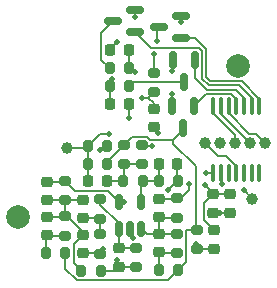
<source format=gbr>
%TF.GenerationSoftware,KiCad,Pcbnew,(6.0.1)*%
%TF.CreationDate,2023-02-09T13:28:00-07:00*%
%TF.ProjectId,NoteDetector,4e6f7465-4465-4746-9563-746f722e6b69,rev?*%
%TF.SameCoordinates,Original*%
%TF.FileFunction,Copper,L1,Top*%
%TF.FilePolarity,Positive*%
%FSLAX46Y46*%
G04 Gerber Fmt 4.6, Leading zero omitted, Abs format (unit mm)*
G04 Created by KiCad (PCBNEW (6.0.1)) date 2023-02-09 13:28:00*
%MOMM*%
%LPD*%
G01*
G04 APERTURE LIST*
G04 Aperture macros list*
%AMRoundRect*
0 Rectangle with rounded corners*
0 $1 Rounding radius*
0 $2 $3 $4 $5 $6 $7 $8 $9 X,Y pos of 4 corners*
0 Add a 4 corners polygon primitive as box body*
4,1,4,$2,$3,$4,$5,$6,$7,$8,$9,$2,$3,0*
0 Add four circle primitives for the rounded corners*
1,1,$1+$1,$2,$3*
1,1,$1+$1,$4,$5*
1,1,$1+$1,$6,$7*
1,1,$1+$1,$8,$9*
0 Add four rect primitives between the rounded corners*
20,1,$1+$1,$2,$3,$4,$5,0*
20,1,$1+$1,$4,$5,$6,$7,0*
20,1,$1+$1,$6,$7,$8,$9,0*
20,1,$1+$1,$8,$9,$2,$3,0*%
G04 Aperture macros list end*
%TA.AperFunction,ComponentPad*%
%ADD10C,2.000000*%
%TD*%
%TA.AperFunction,SMDPad,CuDef*%
%ADD11RoundRect,0.225000X-0.250000X0.225000X-0.250000X-0.225000X0.250000X-0.225000X0.250000X0.225000X0*%
%TD*%
%TA.AperFunction,SMDPad,CuDef*%
%ADD12RoundRect,0.225000X0.225000X0.250000X-0.225000X0.250000X-0.225000X-0.250000X0.225000X-0.250000X0*%
%TD*%
%TA.AperFunction,SMDPad,CuDef*%
%ADD13RoundRect,0.225000X-0.225000X-0.250000X0.225000X-0.250000X0.225000X0.250000X-0.225000X0.250000X0*%
%TD*%
%TA.AperFunction,SMDPad,CuDef*%
%ADD14RoundRect,0.100000X0.100000X-0.637500X0.100000X0.637500X-0.100000X0.637500X-0.100000X-0.637500X0*%
%TD*%
%TA.AperFunction,SMDPad,CuDef*%
%ADD15RoundRect,0.150000X0.150000X-0.512500X0.150000X0.512500X-0.150000X0.512500X-0.150000X-0.512500X0*%
%TD*%
%TA.AperFunction,SMDPad,CuDef*%
%ADD16RoundRect,0.200000X0.275000X-0.200000X0.275000X0.200000X-0.275000X0.200000X-0.275000X-0.200000X0*%
%TD*%
%TA.AperFunction,SMDPad,CuDef*%
%ADD17RoundRect,0.200000X0.200000X0.275000X-0.200000X0.275000X-0.200000X-0.275000X0.200000X-0.275000X0*%
%TD*%
%TA.AperFunction,SMDPad,CuDef*%
%ADD18RoundRect,0.200000X-0.200000X-0.275000X0.200000X-0.275000X0.200000X0.275000X-0.200000X0.275000X0*%
%TD*%
%TA.AperFunction,SMDPad,CuDef*%
%ADD19RoundRect,0.200000X-0.275000X0.200000X-0.275000X-0.200000X0.275000X-0.200000X0.275000X0.200000X0*%
%TD*%
%TA.AperFunction,SMDPad,CuDef*%
%ADD20RoundRect,0.150000X0.587500X0.150000X-0.587500X0.150000X-0.587500X-0.150000X0.587500X-0.150000X0*%
%TD*%
%TA.AperFunction,SMDPad,CuDef*%
%ADD21RoundRect,0.150000X-0.150000X0.587500X-0.150000X-0.587500X0.150000X-0.587500X0.150000X0.587500X0*%
%TD*%
%TA.AperFunction,SMDPad,CuDef*%
%ADD22C,1.000000*%
%TD*%
%TA.AperFunction,SMDPad,CuDef*%
%ADD23RoundRect,0.225000X0.250000X-0.225000X0.250000X0.225000X-0.250000X0.225000X-0.250000X-0.225000X0*%
%TD*%
%TA.AperFunction,ViaPad*%
%ADD24C,1.000000*%
%TD*%
%TA.AperFunction,ViaPad*%
%ADD25C,0.508000*%
%TD*%
%TA.AperFunction,Conductor*%
%ADD26C,0.152400*%
%TD*%
G04 APERTURE END LIST*
D10*
%TO.P,J4,1,Pin_1*%
%TO.N,+BATT*%
X9300000Y6400000D03*
%TD*%
%TO.P,J5,1,Pin_1*%
%TO.N,GND*%
X-9300000Y-6400000D03*
%TD*%
D11*
%TO.P,C15,1*%
%TO.N,Net-(C15-Pad1)*%
X2150000Y2775000D03*
%TO.P,C15,2*%
%TO.N,GND*%
X2150000Y1225000D03*
%TD*%
D12*
%TO.P,C14,1*%
%TO.N,Net-(C14-Pad1)*%
X25000Y7700000D03*
%TO.P,C14,2*%
%TO.N,GND*%
X-1525000Y7700000D03*
%TD*%
D13*
%TO.P,C13,1*%
%TO.N,Net-(C13-Pad1)*%
X-1525000Y3200000D03*
%TO.P,C13,2*%
%TO.N,GND*%
X25000Y3200000D03*
%TD*%
D14*
%TO.P,U2,1,VDD*%
%TO.N,+BATT*%
X7200000Y-2712500D03*
%TO.P,U2,2,RA5*%
%TO.N,/Audio_In*%
X7850000Y-2712500D03*
%TO.P,U2,3,RA4*%
%TO.N,unconnected-(U2-Pad3)*%
X8500000Y-2712500D03*
%TO.P,U2,4,~{MCLR}/VPP/RA3*%
%TO.N,/~{MCLR}*%
X9150000Y-2712500D03*
%TO.P,U2,5,RC5*%
%TO.N,unconnected-(U2-Pad5)*%
X9800000Y-2712500D03*
%TO.P,U2,6,RC4*%
%TO.N,unconnected-(U2-Pad6)*%
X10450000Y-2712500D03*
%TO.P,U2,7,RC3*%
%TO.N,unconnected-(U2-Pad7)*%
X11100000Y-2712500D03*
%TO.P,U2,8,RC2*%
%TO.N,/PWM3*%
X11100000Y3012500D03*
%TO.P,U2,9,RC1*%
%TO.N,/PWM2*%
X10450000Y3012500D03*
%TO.P,U2,10,RC0*%
%TO.N,/PWM1*%
X9800000Y3012500D03*
%TO.P,U2,11,RA2*%
%TO.N,/AFE_En*%
X9150000Y3012500D03*
%TO.P,U2,12,RA1/ICSPCLK*%
%TO.N,/ICSP_CLK*%
X8500000Y3012500D03*
%TO.P,U2,13,RA0/ICSPDAT*%
%TO.N,/ICSP_DAT*%
X7850000Y3012500D03*
%TO.P,U2,14,VSS*%
%TO.N,GND*%
X7200000Y3012500D03*
%TD*%
D15*
%TO.P,U1,1*%
%TO.N,Net-(C8-Pad1)*%
X-813616Y-7387500D03*
%TO.P,U1,2,V-*%
%TO.N,Net-(C6-Pad2)*%
X136384Y-7387500D03*
%TO.P,U1,3,+*%
%TO.N,/Midscale1*%
X1086384Y-7387500D03*
%TO.P,U1,4,-*%
%TO.N,Net-(C7-Pad2)*%
X1086384Y-5112500D03*
%TO.P,U1,5,V+*%
%TO.N,+BATT*%
X-813616Y-5112500D03*
%TD*%
D16*
%TO.P,R20,1*%
%TO.N,Net-(C15-Pad1)*%
X2150000Y4175000D03*
%TO.P,R20,2*%
%TO.N,Net-(Q4-Pad3)*%
X2150000Y5825000D03*
%TD*%
D17*
%TO.P,R19,2*%
%TO.N,Net-(Q3-Pad3)*%
X-1575000Y6200000D03*
%TO.P,R19,1*%
%TO.N,Net-(C14-Pad1)*%
X75000Y6200000D03*
%TD*%
D18*
%TO.P,R18,1*%
%TO.N,Net-(C13-Pad1)*%
X-1575000Y4700000D03*
%TO.P,R18,2*%
%TO.N,Net-(Q2-Pad3)*%
X75000Y4700000D03*
%TD*%
D19*
%TO.P,R17,1*%
%TO.N,Net-(C9-Pad1)*%
X-2363616Y-7875000D03*
%TO.P,R17,2*%
%TO.N,/Audio_In*%
X-2363616Y-9525000D03*
%TD*%
%TO.P,R16,1*%
%TO.N,Net-(C8-Pad1)*%
X-2363616Y-4875000D03*
%TO.P,R16,2*%
%TO.N,Net-(C9-Pad1)*%
X-2363616Y-6525000D03*
%TD*%
D17*
%TO.P,R15,1*%
%TO.N,Net-(C7-Pad1)*%
X-2313616Y-10975000D03*
%TO.P,R15,2*%
%TO.N,/Midscale2*%
X-3963616Y-10975000D03*
%TD*%
D16*
%TO.P,R14,1*%
%TO.N,Net-(C7-Pad1)*%
X686384Y-10650000D03*
%TO.P,R14,2*%
%TO.N,Net-(C8-Pad1)*%
X686384Y-9000000D03*
%TD*%
D18*
%TO.P,R13,1*%
%TO.N,Net-(C7-Pad2)*%
X2561384Y-3375000D03*
%TO.P,R13,2*%
%TO.N,Net-(C7-Pad1)*%
X4211384Y-3375000D03*
%TD*%
D19*
%TO.P,R12,1*%
%TO.N,/gnd_switch*%
X5800000Y-7475000D03*
%TO.P,R12,2*%
%TO.N,Net-(C6-Pad2)*%
X5800000Y-9125000D03*
%TD*%
D18*
%TO.P,R11,2*%
%TO.N,Net-(C7-Pad2)*%
X1211384Y-3375000D03*
%TO.P,R11,1*%
%TO.N,Net-(C5-Pad2)*%
X-438616Y-3375000D03*
%TD*%
D16*
%TO.P,R10,2*%
%TO.N,/gnd_switch*%
X-363616Y-300000D03*
%TO.P,R10,1*%
%TO.N,Net-(C5-Pad2)*%
X-363616Y-1950000D03*
%TD*%
D19*
%TO.P,R9,2*%
%TO.N,Net-(C5-Pad2)*%
X1136384Y-1950000D03*
%TO.P,R9,1*%
%TO.N,+BATT*%
X1136384Y-300000D03*
%TD*%
D16*
%TO.P,R8,2*%
%TO.N,/Midscale1*%
X4136384Y-7800000D03*
%TO.P,R8,1*%
%TO.N,Net-(C4-Pad1)*%
X4136384Y-9450000D03*
%TD*%
%TO.P,R7,2*%
%TO.N,+BATT*%
X4136384Y-4800000D03*
%TO.P,R7,1*%
%TO.N,/Midscale1*%
X4136384Y-6450000D03*
%TD*%
D17*
%TO.P,R6,2*%
%TO.N,Net-(C4-Pad1)*%
X2561384Y-10875000D03*
%TO.P,R6,1*%
%TO.N,/gnd_switch*%
X4211384Y-10875000D03*
%TD*%
D16*
%TO.P,R5,1*%
%TO.N,Net-(C2-Pad1)*%
X-5338616Y-8000000D03*
%TO.P,R5,2*%
%TO.N,/Midscale2*%
X-5338616Y-6350000D03*
%TD*%
%TO.P,R4,1*%
%TO.N,/Midscale2*%
X-5338616Y-5000000D03*
%TO.P,R4,2*%
%TO.N,+BATT*%
X-5338616Y-3350000D03*
%TD*%
D18*
%TO.P,R3,2*%
%TO.N,/gnd_switch*%
X-1788616Y-1875000D03*
%TO.P,R3,1*%
%TO.N,/Audio_raw*%
X-3438616Y-1875000D03*
%TD*%
D17*
%TO.P,R2,1*%
%TO.N,/gnd_switch*%
X-5326116Y-9425000D03*
%TO.P,R2,2*%
%TO.N,Net-(C2-Pad1)*%
X-6976116Y-9425000D03*
%TD*%
D18*
%TO.P,R1,2*%
%TO.N,GND*%
X-1788616Y-375000D03*
%TO.P,R1,1*%
%TO.N,/Audio_raw*%
X-3438616Y-375000D03*
%TD*%
D20*
%TO.P,Q4,1,G*%
%TO.N,/PWM3*%
X4487500Y8750000D03*
%TO.P,Q4,2,S*%
%TO.N,GND*%
X4487500Y10650000D03*
%TO.P,Q4,3,D*%
%TO.N,Net-(Q4-Pad3)*%
X2612500Y9700000D03*
%TD*%
%TO.P,Q3,3,D*%
%TO.N,Net-(Q3-Pad3)*%
X-1287500Y10200000D03*
%TO.P,Q3,2,S*%
%TO.N,GND*%
X587500Y11150000D03*
%TO.P,Q3,1,G*%
%TO.N,/PWM2*%
X587500Y9250000D03*
%TD*%
D21*
%TO.P,Q2,1,G*%
%TO.N,/PWM1*%
X5650000Y6937500D03*
%TO.P,Q2,2,S*%
%TO.N,GND*%
X3750000Y6937500D03*
%TO.P,Q2,3,D*%
%TO.N,Net-(Q2-Pad3)*%
X4700000Y5062500D03*
%TD*%
%TO.P,Q1,1,G*%
%TO.N,/AFE_En*%
X5600000Y3037500D03*
%TO.P,Q1,2,S*%
%TO.N,GND*%
X3700000Y3037500D03*
%TO.P,Q1,3,D*%
%TO.N,/gnd_switch*%
X4650000Y1162500D03*
%TD*%
D22*
%TO.P,J3,1,Pin_1*%
%TO.N,/Audio_raw*%
X-5200000Y-550000D03*
%TD*%
%TO.P,J2,1,Pin_1*%
%TO.N,/Audio_In*%
X10500000Y-4850000D03*
%TD*%
D11*
%TO.P,C12,2*%
%TO.N,GND*%
X7150000Y-6025000D03*
%TO.P,C12,1*%
%TO.N,+BATT*%
X7150000Y-4475000D03*
%TD*%
%TO.P,C11,1*%
%TO.N,+BATT*%
X8650000Y-4475000D03*
%TO.P,C11,2*%
%TO.N,GND*%
X8650000Y-6025000D03*
%TD*%
D23*
%TO.P,C10,1*%
%TO.N,/Audio_In*%
X-3863616Y-9475000D03*
%TO.P,C10,2*%
%TO.N,/Midscale2*%
X-3863616Y-7925000D03*
%TD*%
%TO.P,C9,2*%
%TO.N,/Midscale2*%
X-3863616Y-4925000D03*
%TO.P,C9,1*%
%TO.N,Net-(C9-Pad1)*%
X-3863616Y-6475000D03*
%TD*%
D11*
%TO.P,C8,1*%
%TO.N,Net-(C8-Pad1)*%
X-813616Y-9050000D03*
%TO.P,C8,2*%
%TO.N,Net-(C7-Pad1)*%
X-813616Y-10600000D03*
%TD*%
D12*
%TO.P,C7,1*%
%TO.N,Net-(C7-Pad1)*%
X4161384Y-1875000D03*
%TO.P,C7,2*%
%TO.N,Net-(C7-Pad2)*%
X2611384Y-1875000D03*
%TD*%
D11*
%TO.P,C6,1*%
%TO.N,+BATT*%
X7300000Y-7525000D03*
%TO.P,C6,2*%
%TO.N,Net-(C6-Pad2)*%
X7300000Y-9075000D03*
%TD*%
D13*
%TO.P,C5,2*%
%TO.N,Net-(C5-Pad2)*%
X-1838616Y-3375000D03*
%TO.P,C5,1*%
%TO.N,/Audio_raw*%
X-3388616Y-3375000D03*
%TD*%
D23*
%TO.P,C4,2*%
%TO.N,/Midscale1*%
X2636384Y-7850000D03*
%TO.P,C4,1*%
%TO.N,Net-(C4-Pad1)*%
X2636384Y-9400000D03*
%TD*%
%TO.P,C3,2*%
%TO.N,+BATT*%
X2636384Y-4850000D03*
%TO.P,C3,1*%
%TO.N,/Midscale1*%
X2636384Y-6400000D03*
%TD*%
%TO.P,C2,1*%
%TO.N,Net-(C2-Pad1)*%
X-6838616Y-7950000D03*
%TO.P,C2,2*%
%TO.N,/Midscale2*%
X-6838616Y-6400000D03*
%TD*%
%TO.P,C1,1*%
%TO.N,/Midscale2*%
X-6838616Y-4950000D03*
%TO.P,C1,2*%
%TO.N,+BATT*%
X-6838616Y-3400000D03*
%TD*%
D24*
%TO.N,/ICSP_DAT*%
X10287000Y-127000D03*
%TO.N,+BATT*%
X7747000Y-127000D03*
%TO.N,/ICSP_CLK*%
X11557000Y-127000D03*
%TO.N,GND*%
X9017000Y-127000D03*
%TO.N,/~{MCLR}*%
X6477000Y-127000D03*
D25*
%TO.N,+BATT*%
X5120300Y-3598080D03*
X6500000Y-3720300D03*
X6600000Y-2700000D03*
X2050000Y-387066D03*
%TO.N,GND*%
X550000Y10550000D03*
X-950000Y8450000D03*
X50000Y2000000D03*
X2500000Y672334D03*
%TO.N,Net-(C7-Pad1)*%
X-950000Y-10050000D03*
X3400000Y-4100000D03*
%TO.N,GND*%
X-2400000Y-750000D03*
X4500000Y10100000D03*
X3700000Y5950000D03*
X3700000Y4000000D03*
X7800000Y-6100000D03*
%TO.N,/Audio_raw*%
X-1600000Y650000D03*
%TO.N,/Audio_In*%
X9800000Y-4100000D03*
X7894204Y-3574798D03*
X-2100000Y-9100000D03*
%TO.N,Net-(C6-Pad2)*%
X5700000Y-8650000D03*
X385746Y-8147003D03*
%TO.N,Net-(Q4-Pad3)*%
X2400000Y8480420D03*
X2200000Y7421020D03*
%TO.N,Net-(C14-Pad1)*%
X600000Y5900000D03*
%TO.N,Net-(C13-Pad1)*%
X-1350000Y5250000D03*
%TO.N,Net-(C15-Pad1)*%
X1200000Y3700000D03*
%TO.N,+BATT*%
X-351116Y-5100000D03*
%TD*%
D26*
%TO.N,/~{MCLR}*%
X7600000Y-1250000D02*
X6477000Y-127000D01*
X9150000Y-2093652D02*
X8306348Y-1250000D01*
X9150000Y-2712500D02*
X9150000Y-2093652D01*
X8306348Y-1250000D02*
X7600000Y-1250000D01*
%TO.N,/ICSP_CLK*%
X10781289Y648711D02*
X11557000Y-127000D01*
X10244941Y648711D02*
X10781289Y648711D01*
X8500000Y2393652D02*
X10244941Y648711D01*
X8500000Y3012500D02*
X8500000Y2393652D01*
%TO.N,/ICSP_DAT*%
X7850000Y3012500D02*
X7850000Y2310000D01*
X7850000Y2310000D02*
X10287000Y-127000D01*
%TO.N,GND*%
X9017000Y576652D02*
X8196652Y1397000D01*
X9017000Y-127000D02*
X9017000Y576652D01*
X8196652Y1397000D02*
X7200000Y2393652D01*
X7200000Y2393652D02*
X7200000Y3012500D01*
X25000Y2025000D02*
X25000Y3200000D01*
X50000Y2000000D02*
X25000Y2025000D01*
%TO.N,/gnd_switch*%
X5750000Y-2100000D02*
X5750000Y-7425000D01*
X3824565Y-174565D02*
X5750000Y-2100000D01*
X3824565Y142634D02*
X3824565Y-174565D01*
X5750000Y-7425000D02*
X5800000Y-7475000D01*
%TO.N,+BATT*%
X1223450Y-387066D02*
X1136384Y-300000D01*
X2050000Y-387066D02*
X1223450Y-387066D01*
X4448884Y-4800000D02*
X4136384Y-4800000D01*
X5120300Y-4128584D02*
X4448884Y-4800000D01*
X5120300Y-3598080D02*
X5120300Y-4128584D01*
%TO.N,Net-(C7-Pad1)*%
X3400000Y-4100000D02*
X4125000Y-3375000D01*
X4125000Y-3375000D02*
X4211384Y-3375000D01*
%TO.N,+BATT*%
X7150000Y-4370300D02*
X6500000Y-3720300D01*
X7150000Y-4475000D02*
X7150000Y-4370300D01*
X6399280Y-6624280D02*
X7300000Y-7525000D01*
X6399280Y-5225720D02*
X6399280Y-6624280D01*
X7150000Y-4475000D02*
X6399280Y-5225720D01*
X6612500Y-2712500D02*
X6600000Y-2700000D01*
X7200000Y-2712500D02*
X6612500Y-2712500D01*
%TO.N,GND*%
X587500Y10587500D02*
X550000Y10550000D01*
X587500Y11150000D02*
X587500Y10587500D01*
X-1525000Y7875000D02*
X-950000Y8450000D01*
X-1525000Y7700000D02*
X-1525000Y7875000D01*
X2150000Y1022334D02*
X2500000Y672334D01*
X2150000Y1225000D02*
X2150000Y1022334D01*
%TO.N,Net-(C15-Pad1)*%
X2150000Y3225000D02*
X1675000Y3700000D01*
X2150000Y2775000D02*
X2150000Y3225000D01*
%TO.N,Net-(C13-Pad1)*%
X-1575000Y4700000D02*
X-1575000Y3250000D01*
X-1575000Y3250000D02*
X-1525000Y3200000D01*
%TO.N,Net-(C14-Pad1)*%
X25000Y6250000D02*
X75000Y6200000D01*
X25000Y7700000D02*
X25000Y6250000D01*
%TO.N,Net-(Q3-Pad3)*%
X-2300000Y9187500D02*
X-1287500Y10200000D01*
X-2300000Y6925000D02*
X-2300000Y9187500D01*
X-1575000Y6200000D02*
X-2300000Y6925000D01*
%TO.N,/PWM2*%
X1886780Y7950720D02*
X3600720Y7950720D01*
X587500Y9250000D02*
X1886780Y7950720D01*
%TO.N,Net-(C14-Pad1)*%
X375000Y5900000D02*
X75000Y6200000D01*
X600000Y5900000D02*
X375000Y5900000D01*
%TO.N,Net-(C7-Pad1)*%
X-950000Y-10463616D02*
X-813616Y-10600000D01*
X-950000Y-10050000D02*
X-950000Y-10463616D01*
%TO.N,Net-(C6-Pad2)*%
X385746Y-8147003D02*
X385746Y-7636862D01*
X385746Y-7636862D02*
X136384Y-7387500D01*
%TO.N,+BATT*%
X8650000Y-4475000D02*
X7175000Y-4475000D01*
%TO.N,GND*%
X-2025000Y-375000D02*
X-2400000Y-750000D01*
X-1788616Y-375000D02*
X-2025000Y-375000D01*
X4487500Y10112500D02*
X4500000Y10100000D01*
X4487500Y10650000D02*
X4487500Y10112500D01*
X3750000Y6000000D02*
X3700000Y5950000D01*
X3750000Y6937500D02*
X3750000Y6000000D01*
X3700000Y3037500D02*
X3700000Y4000000D01*
X7875000Y-6025000D02*
X7800000Y-6100000D01*
X8650000Y-6025000D02*
X7875000Y-6025000D01*
X7725000Y-6025000D02*
X7800000Y-6100000D01*
X7150000Y-6025000D02*
X7725000Y-6025000D01*
%TO.N,/Audio_raw*%
X-2413616Y650000D02*
X-3438616Y-375000D01*
X-1600000Y650000D02*
X-2413616Y650000D01*
X-5200000Y-550000D02*
X-3613616Y-550000D01*
X-3613616Y-550000D02*
X-3438616Y-375000D01*
%TO.N,/gnd_switch*%
X5800000Y-7475000D02*
X4899208Y-7475000D01*
X4899208Y-7475000D02*
X4887104Y-7462896D01*
X4887104Y-7462896D02*
X4887104Y-10199280D01*
%TO.N,/Audio_In*%
X9800000Y-4100000D02*
X9800000Y-4150000D01*
X9800000Y-4150000D02*
X10500000Y-4850000D01*
X7894204Y-2756704D02*
X7850000Y-2712500D01*
X7894204Y-3574798D02*
X7894204Y-2756704D01*
X-2363616Y-9525000D02*
X-2363616Y-9363616D01*
X-2363616Y-9363616D02*
X-2100000Y-9100000D01*
%TO.N,Net-(C6-Pad2)*%
X5850000Y-9075000D02*
X5800000Y-9125000D01*
X7300000Y-9075000D02*
X5850000Y-9075000D01*
X5700000Y-8650000D02*
X5700000Y-9025000D01*
X5700000Y-9025000D02*
X5800000Y-9125000D01*
%TO.N,/gnd_switch*%
X4650000Y968069D02*
X3824565Y142634D01*
X4650000Y1162500D02*
X4650000Y968069D01*
%TO.N,/AFE_En*%
X6606740Y4044240D02*
X5600000Y3037500D01*
X8737108Y4044240D02*
X6606740Y4044240D01*
X9150000Y3631348D02*
X8737108Y4044240D01*
X9150000Y3012500D02*
X9150000Y3631348D01*
%TO.N,/PWM1*%
X5650000Y5400000D02*
X5650000Y6937500D01*
X6653840Y4396160D02*
X5650000Y5400000D01*
X9103840Y4396160D02*
X6653840Y4396160D01*
X9800000Y3700000D02*
X9103840Y4396160D01*
X9800000Y3012500D02*
X9800000Y3700000D01*
%TO.N,/PWM2*%
X9401920Y4748080D02*
X10450000Y3700000D01*
X10450000Y3700000D02*
X10450000Y3012500D01*
X6799610Y4748080D02*
X9401920Y4748080D01*
X6250000Y7677058D02*
X6250000Y5297690D01*
X6250000Y5297690D02*
X6799610Y4748080D01*
X3600720Y7950720D02*
X5976338Y7950720D01*
X5976338Y7950720D02*
X6250000Y7677058D01*
%TO.N,/PWM3*%
X11100000Y3631348D02*
X11100000Y3012500D01*
X9631348Y5100000D02*
X11100000Y3631348D01*
X6601920Y5443460D02*
X6945380Y5100000D01*
X6601920Y7822828D02*
X6601920Y5443460D01*
X5674748Y8750000D02*
X6601920Y7822828D01*
X4487500Y8750000D02*
X5674748Y8750000D01*
X6945380Y5100000D02*
X9631348Y5100000D01*
%TO.N,Net-(Q4-Pad3)*%
X2400000Y9487500D02*
X2612500Y9700000D01*
X2150000Y7371020D02*
X2200000Y7421020D01*
X2400000Y8480420D02*
X2400000Y9487500D01*
X2150000Y5825000D02*
X2150000Y7371020D01*
%TO.N,Net-(Q2-Pad3)*%
X75000Y4700000D02*
X437500Y5062500D01*
X437500Y5062500D02*
X4700000Y5062500D01*
%TO.N,Net-(C13-Pad1)*%
X-1350000Y5250000D02*
X-1350000Y4925000D01*
X-1350000Y4925000D02*
X-1575000Y4700000D01*
%TO.N,Net-(C15-Pad1)*%
X1675000Y3700000D02*
X2150000Y4175000D01*
X1200000Y3700000D02*
X1675000Y3700000D01*
%TO.N,/gnd_switch*%
X4887104Y-10199280D02*
X4211384Y-10875000D01*
X1841519Y142634D02*
X3824565Y142634D01*
X1608433Y375720D02*
X1841519Y142634D01*
X312104Y375720D02*
X1608433Y375720D01*
X-363616Y-300000D02*
X312104Y375720D01*
%TO.N,+BATT*%
X-5338616Y-3350000D02*
X-4489336Y-4199280D01*
X-4489336Y-4199280D02*
X-1726836Y-4199280D01*
X-1726836Y-4199280D02*
X-813616Y-5112500D01*
X-5388616Y-3400000D02*
X-5338616Y-3350000D01*
X-6838616Y-3400000D02*
X-5388616Y-3400000D01*
X-363616Y-5112500D02*
X-813616Y-5112500D01*
X-351116Y-5100000D02*
X-363616Y-5112500D01*
X4086384Y-4850000D02*
X4136384Y-4800000D01*
X2636384Y-4850000D02*
X4086384Y-4850000D01*
%TO.N,/gnd_switch*%
X3336384Y-11750000D02*
X4211384Y-10875000D01*
X-4336385Y-11750000D02*
X3336384Y-11750000D01*
X-5326116Y-10760269D02*
X-4336385Y-11750000D01*
X-5326116Y-9425000D02*
X-5326116Y-10760269D01*
X-1788616Y-1725000D02*
X-363616Y-300000D01*
X-1788616Y-1875000D02*
X-1788616Y-1725000D01*
%TO.N,Net-(C2-Pad1)*%
X-6976116Y-9425000D02*
X-6976116Y-8087500D01*
X-6976116Y-8087500D02*
X-6838616Y-7950000D01*
%TO.N,/Midscale2*%
X-4614336Y-8675720D02*
X-3863616Y-7925000D01*
X-4614336Y-10324280D02*
X-4614336Y-8675720D01*
X-3963616Y-10975000D02*
X-4614336Y-10324280D01*
%TO.N,Net-(C4-Pad1)*%
X2561384Y-9475000D02*
X2636384Y-9400000D01*
X2561384Y-10875000D02*
X2561384Y-9475000D01*
X2686384Y-9450000D02*
X2636384Y-9400000D01*
X4136384Y-9450000D02*
X2686384Y-9450000D01*
%TO.N,/Midscale1*%
X2686384Y-7800000D02*
X2636384Y-7850000D01*
X4136384Y-7800000D02*
X2686384Y-7800000D01*
X2636384Y-6400000D02*
X2636384Y-7850000D01*
X1548884Y-7850000D02*
X2636384Y-7850000D01*
X1086384Y-7387500D02*
X1548884Y-7850000D01*
X2686384Y-6450000D02*
X2636384Y-6400000D01*
X4136384Y-6450000D02*
X2686384Y-6450000D01*
%TO.N,Net-(C8-Pad1)*%
X-2363616Y-5377231D02*
X-813616Y-6927231D01*
X-2363616Y-4875000D02*
X-2363616Y-5377231D01*
X-813616Y-6927231D02*
X-813616Y-7387500D01*
X-813616Y-9050000D02*
X-813616Y-7387500D01*
X-763616Y-9000000D02*
X-813616Y-9050000D01*
X686384Y-9000000D02*
X-763616Y-9000000D01*
%TO.N,Net-(C7-Pad1)*%
X-763616Y-10650000D02*
X-813616Y-10600000D01*
X686384Y-10650000D02*
X-763616Y-10650000D01*
X-1188616Y-10975000D02*
X-813616Y-10600000D01*
X-2313616Y-10975000D02*
X-1188616Y-10975000D01*
%TO.N,/Audio_In*%
X-2413616Y-9475000D02*
X-2363616Y-9525000D01*
X-3863616Y-9475000D02*
X-2413616Y-9475000D01*
%TO.N,/Midscale2*%
X-3938616Y-5000000D02*
X-3863616Y-4925000D01*
X-5338616Y-5000000D02*
X-3938616Y-5000000D01*
X-5171741Y-6350000D02*
X-5338616Y-6350000D01*
X-3863616Y-7925000D02*
X-3863616Y-7658125D01*
X-3863616Y-7658125D02*
X-5171741Y-6350000D01*
X-5388616Y-6400000D02*
X-5338616Y-6350000D01*
X-6838616Y-6400000D02*
X-5388616Y-6400000D01*
X-5338616Y-6350000D02*
X-5338616Y-5000000D01*
X-5388616Y-4950000D02*
X-5338616Y-5000000D01*
X-6838616Y-4950000D02*
X-5388616Y-4950000D01*
%TO.N,Net-(C2-Pad1)*%
X-6788616Y-8000000D02*
X-6838616Y-7950000D01*
X-5338616Y-8000000D02*
X-6788616Y-8000000D01*
%TO.N,Net-(C9-Pad1)*%
X-2363616Y-7875000D02*
X-2363616Y-6525000D01*
X-2413616Y-6475000D02*
X-2363616Y-6525000D01*
X-3863616Y-6475000D02*
X-2413616Y-6475000D01*
%TO.N,Net-(C7-Pad1)*%
X4161384Y-3325000D02*
X4211384Y-3375000D01*
X4161384Y-1875000D02*
X4161384Y-3325000D01*
%TO.N,Net-(C7-Pad2)*%
X1086384Y-3500000D02*
X1211384Y-3375000D01*
X1086384Y-5112500D02*
X1086384Y-3500000D01*
X1211384Y-3375000D02*
X2561384Y-3375000D01*
X2611384Y-3325000D02*
X2561384Y-3375000D01*
X2611384Y-1875000D02*
X2611384Y-3325000D01*
%TO.N,/Audio_raw*%
X-3438616Y-1875000D02*
X-3438616Y-375000D01*
X-3388616Y-1925000D02*
X-3438616Y-1875000D01*
X-3388616Y-3375000D02*
X-3388616Y-1925000D01*
%TO.N,Net-(C5-Pad2)*%
X-438616Y-3375000D02*
X-1838616Y-3375000D01*
X-363616Y-3300000D02*
X-438616Y-3375000D01*
X-363616Y-1950000D02*
X-363616Y-3300000D01*
X-363616Y-1950000D02*
X1136384Y-1950000D01*
%TD*%
M02*

</source>
